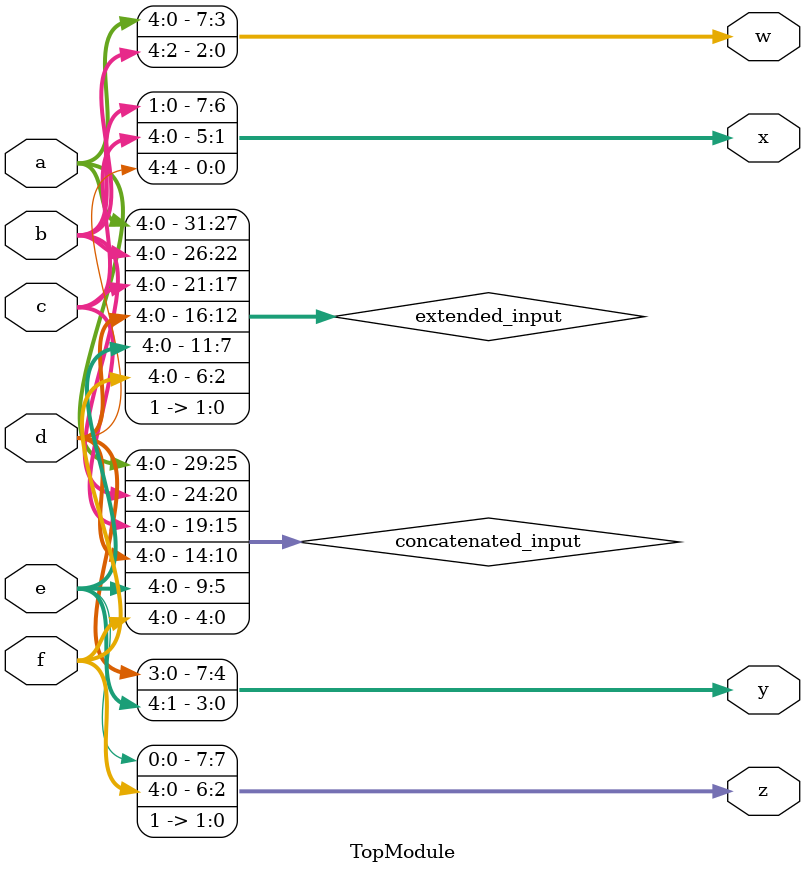
<source format=sv>
module TopModule (
    input logic [4:0] a,
    input logic [4:0] b,
    input logic [4:0] c,
    input logic [4:0] d,
    input logic [4:0] e,
    input logic [4:0] f,
    output logic [7:0] w,
    output logic [7:0] x,
    output logic [7:0] y,
    output logic [7:0] z
);

    logic [29:0] concatenated_input;
    logic [31:0] extended_input;

    assign concatenated_input = {a, b, c, d, e, f};
    assign extended_input = {concatenated_input, 2'b11};

    assign w = extended_input[31:24];
    assign x = extended_input[23:16];
    assign y = extended_input[15:8];
    assign z = extended_input[7:0];

endmodule
</source>
